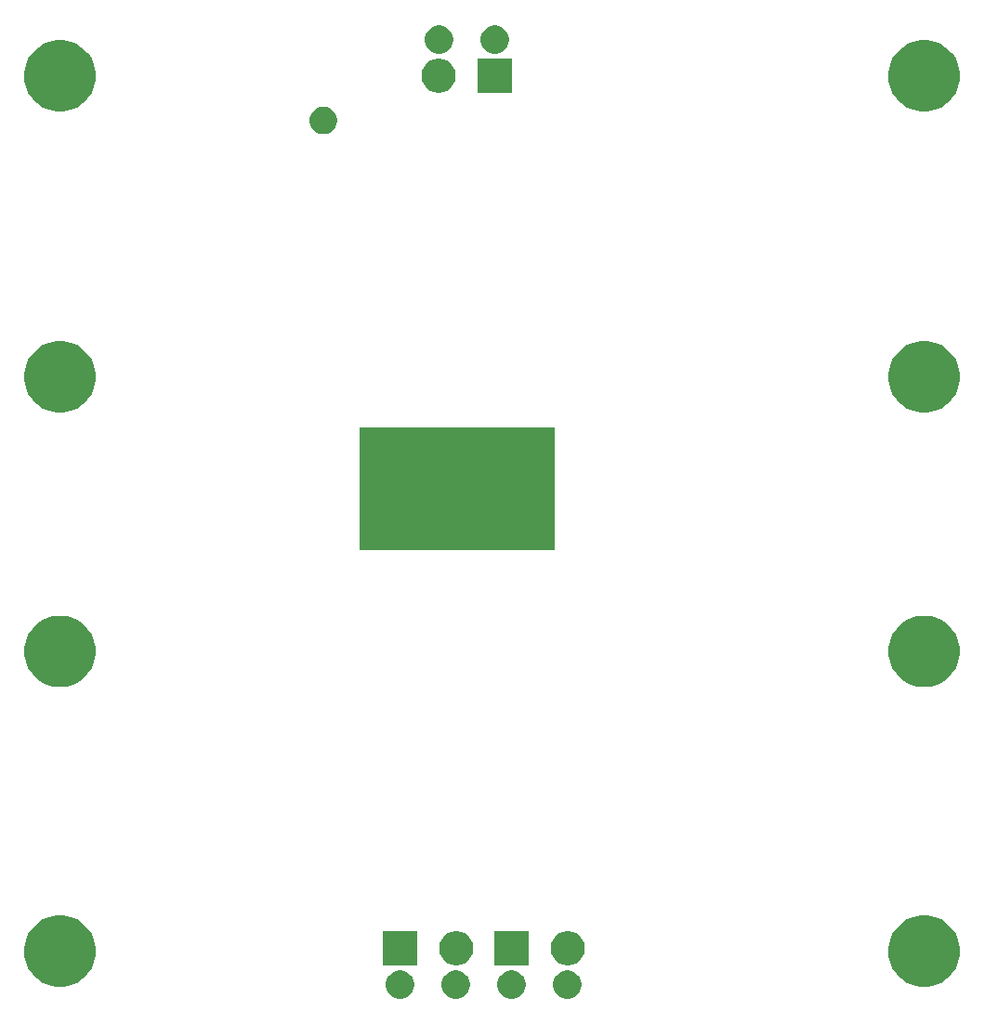
<source format=gbr>
G04 #@! TF.GenerationSoftware,KiCad,Pcbnew,(5.1.5)-3*
G04 #@! TF.CreationDate,2020-11-04T13:08:40-03:00*
G04 #@! TF.ProjectId,li-ion-backup,6c692d69-6f6e-42d6-9261-636b75702e6b,rev?*
G04 #@! TF.SameCoordinates,Original*
G04 #@! TF.FileFunction,Soldermask,Bot*
G04 #@! TF.FilePolarity,Negative*
%FSLAX46Y46*%
G04 Gerber Fmt 4.6, Leading zero omitted, Abs format (unit mm)*
G04 Created by KiCad (PCBNEW (5.1.5)-3) date 2020-11-04 13:08:40*
%MOMM*%
%LPD*%
G04 APERTURE LIST*
%ADD10C,0.150000*%
G04 APERTURE END LIST*
D10*
G36*
X188847487Y-145560996D02*
G01*
X189084253Y-145659068D01*
X189084255Y-145659069D01*
X189297339Y-145801447D01*
X189478553Y-145982661D01*
X189511820Y-146032448D01*
X189620932Y-146195747D01*
X189719004Y-146432513D01*
X189769000Y-146683861D01*
X189769000Y-146940139D01*
X189719004Y-147191487D01*
X189620932Y-147428253D01*
X189620931Y-147428255D01*
X189478553Y-147641339D01*
X189297339Y-147822553D01*
X189084255Y-147964931D01*
X189084254Y-147964932D01*
X189084253Y-147964932D01*
X188847487Y-148063004D01*
X188596139Y-148113000D01*
X188339861Y-148113000D01*
X188088513Y-148063004D01*
X187851747Y-147964932D01*
X187851746Y-147964932D01*
X187851745Y-147964931D01*
X187638661Y-147822553D01*
X187457447Y-147641339D01*
X187315069Y-147428255D01*
X187315068Y-147428253D01*
X187216996Y-147191487D01*
X187167000Y-146940139D01*
X187167000Y-146683861D01*
X187216996Y-146432513D01*
X187315068Y-146195747D01*
X187424181Y-146032448D01*
X187457447Y-145982661D01*
X187638661Y-145801447D01*
X187851745Y-145659069D01*
X187851747Y-145659068D01*
X188088513Y-145560996D01*
X188339861Y-145511000D01*
X188596139Y-145511000D01*
X188847487Y-145560996D01*
G37*
G36*
X193927487Y-145560996D02*
G01*
X194164253Y-145659068D01*
X194164255Y-145659069D01*
X194377339Y-145801447D01*
X194558553Y-145982661D01*
X194591820Y-146032448D01*
X194700932Y-146195747D01*
X194799004Y-146432513D01*
X194849000Y-146683861D01*
X194849000Y-146940139D01*
X194799004Y-147191487D01*
X194700932Y-147428253D01*
X194700931Y-147428255D01*
X194558553Y-147641339D01*
X194377339Y-147822553D01*
X194164255Y-147964931D01*
X194164254Y-147964932D01*
X194164253Y-147964932D01*
X193927487Y-148063004D01*
X193676139Y-148113000D01*
X193419861Y-148113000D01*
X193168513Y-148063004D01*
X192931747Y-147964932D01*
X192931746Y-147964932D01*
X192931745Y-147964931D01*
X192718661Y-147822553D01*
X192537447Y-147641339D01*
X192395069Y-147428255D01*
X192395068Y-147428253D01*
X192296996Y-147191487D01*
X192247000Y-146940139D01*
X192247000Y-146683861D01*
X192296996Y-146432513D01*
X192395068Y-146195747D01*
X192504181Y-146032448D01*
X192537447Y-145982661D01*
X192718661Y-145801447D01*
X192931745Y-145659069D01*
X192931747Y-145659068D01*
X193168513Y-145560996D01*
X193419861Y-145511000D01*
X193676139Y-145511000D01*
X193927487Y-145560996D01*
G37*
G36*
X204087487Y-145560996D02*
G01*
X204324253Y-145659068D01*
X204324255Y-145659069D01*
X204537339Y-145801447D01*
X204718553Y-145982661D01*
X204751820Y-146032448D01*
X204860932Y-146195747D01*
X204959004Y-146432513D01*
X205009000Y-146683861D01*
X205009000Y-146940139D01*
X204959004Y-147191487D01*
X204860932Y-147428253D01*
X204860931Y-147428255D01*
X204718553Y-147641339D01*
X204537339Y-147822553D01*
X204324255Y-147964931D01*
X204324254Y-147964932D01*
X204324253Y-147964932D01*
X204087487Y-148063004D01*
X203836139Y-148113000D01*
X203579861Y-148113000D01*
X203328513Y-148063004D01*
X203091747Y-147964932D01*
X203091746Y-147964932D01*
X203091745Y-147964931D01*
X202878661Y-147822553D01*
X202697447Y-147641339D01*
X202555069Y-147428255D01*
X202555068Y-147428253D01*
X202456996Y-147191487D01*
X202407000Y-146940139D01*
X202407000Y-146683861D01*
X202456996Y-146432513D01*
X202555068Y-146195747D01*
X202664181Y-146032448D01*
X202697447Y-145982661D01*
X202878661Y-145801447D01*
X203091745Y-145659069D01*
X203091747Y-145659068D01*
X203328513Y-145560996D01*
X203579861Y-145511000D01*
X203836139Y-145511000D01*
X204087487Y-145560996D01*
G37*
G36*
X199007487Y-145560996D02*
G01*
X199244253Y-145659068D01*
X199244255Y-145659069D01*
X199457339Y-145801447D01*
X199638553Y-145982661D01*
X199671820Y-146032448D01*
X199780932Y-146195747D01*
X199879004Y-146432513D01*
X199929000Y-146683861D01*
X199929000Y-146940139D01*
X199879004Y-147191487D01*
X199780932Y-147428253D01*
X199780931Y-147428255D01*
X199638553Y-147641339D01*
X199457339Y-147822553D01*
X199244255Y-147964931D01*
X199244254Y-147964932D01*
X199244253Y-147964932D01*
X199007487Y-148063004D01*
X198756139Y-148113000D01*
X198499861Y-148113000D01*
X198248513Y-148063004D01*
X198011747Y-147964932D01*
X198011746Y-147964932D01*
X198011745Y-147964931D01*
X197798661Y-147822553D01*
X197617447Y-147641339D01*
X197475069Y-147428255D01*
X197475068Y-147428253D01*
X197376996Y-147191487D01*
X197327000Y-146940139D01*
X197327000Y-146683861D01*
X197376996Y-146432513D01*
X197475068Y-146195747D01*
X197584181Y-146032448D01*
X197617447Y-145982661D01*
X197798661Y-145801447D01*
X198011745Y-145659069D01*
X198011747Y-145659068D01*
X198248513Y-145560996D01*
X198499861Y-145511000D01*
X198756139Y-145511000D01*
X199007487Y-145560996D01*
G37*
G36*
X158114239Y-140575467D02*
G01*
X158428282Y-140637934D01*
X159019926Y-140883001D01*
X159552392Y-141238784D01*
X160005216Y-141691608D01*
X160360999Y-142224074D01*
X160606066Y-142815718D01*
X160668533Y-143129761D01*
X160731000Y-143443803D01*
X160731000Y-144084197D01*
X160699079Y-144244672D01*
X160606066Y-144712282D01*
X160360999Y-145303926D01*
X160005216Y-145836392D01*
X159552392Y-146289216D01*
X159019926Y-146644999D01*
X158428282Y-146890066D01*
X158176558Y-146940137D01*
X157800197Y-147015000D01*
X157159803Y-147015000D01*
X156783442Y-146940137D01*
X156531718Y-146890066D01*
X155940074Y-146644999D01*
X155407608Y-146289216D01*
X154954784Y-145836392D01*
X154599001Y-145303926D01*
X154353934Y-144712282D01*
X154260921Y-144244672D01*
X154229000Y-144084197D01*
X154229000Y-143443803D01*
X154291467Y-143129761D01*
X154353934Y-142815718D01*
X154599001Y-142224074D01*
X154954784Y-141691608D01*
X155407608Y-141238784D01*
X155940074Y-140883001D01*
X156531718Y-140637934D01*
X156845761Y-140575467D01*
X157159803Y-140513000D01*
X157800197Y-140513000D01*
X158114239Y-140575467D01*
G37*
G36*
X236854239Y-140575467D02*
G01*
X237168282Y-140637934D01*
X237759926Y-140883001D01*
X238292392Y-141238784D01*
X238745216Y-141691608D01*
X239100999Y-142224074D01*
X239346066Y-142815718D01*
X239408533Y-143129761D01*
X239471000Y-143443803D01*
X239471000Y-144084197D01*
X239439079Y-144244672D01*
X239346066Y-144712282D01*
X239100999Y-145303926D01*
X238745216Y-145836392D01*
X238292392Y-146289216D01*
X237759926Y-146644999D01*
X237168282Y-146890066D01*
X236916558Y-146940137D01*
X236540197Y-147015000D01*
X235899803Y-147015000D01*
X235523442Y-146940137D01*
X235271718Y-146890066D01*
X234680074Y-146644999D01*
X234147608Y-146289216D01*
X233694784Y-145836392D01*
X233339001Y-145303926D01*
X233093934Y-144712282D01*
X233000921Y-144244672D01*
X232969000Y-144084197D01*
X232969000Y-143443803D01*
X233031467Y-143129761D01*
X233093934Y-142815718D01*
X233339001Y-142224074D01*
X233694784Y-141691608D01*
X234147608Y-141238784D01*
X234680074Y-140883001D01*
X235271718Y-140637934D01*
X235585761Y-140575467D01*
X235899803Y-140513000D01*
X236540197Y-140513000D01*
X236854239Y-140575467D01*
G37*
G36*
X193897585Y-141988802D02*
G01*
X194047410Y-142018604D01*
X194329674Y-142135521D01*
X194583705Y-142305259D01*
X194799741Y-142521295D01*
X194969479Y-142775326D01*
X195086396Y-143057590D01*
X195146000Y-143357240D01*
X195146000Y-143662760D01*
X195086396Y-143962410D01*
X194969479Y-144244674D01*
X194799741Y-144498705D01*
X194583705Y-144714741D01*
X194329674Y-144884479D01*
X194047410Y-145001396D01*
X193916739Y-145027388D01*
X193747761Y-145061000D01*
X193442239Y-145061000D01*
X193273261Y-145027388D01*
X193142590Y-145001396D01*
X192860326Y-144884479D01*
X192606295Y-144714741D01*
X192390259Y-144498705D01*
X192220521Y-144244674D01*
X192103604Y-143962410D01*
X192044000Y-143662760D01*
X192044000Y-143357240D01*
X192103604Y-143057590D01*
X192220521Y-142775326D01*
X192390259Y-142521295D01*
X192606295Y-142305259D01*
X192860326Y-142135521D01*
X193142590Y-142018604D01*
X193292415Y-141988802D01*
X193442239Y-141959000D01*
X193747761Y-141959000D01*
X193897585Y-141988802D01*
G37*
G36*
X190019000Y-145061000D02*
G01*
X186917000Y-145061000D01*
X186917000Y-141959000D01*
X190019000Y-141959000D01*
X190019000Y-145061000D01*
G37*
G36*
X200179000Y-145061000D02*
G01*
X197077000Y-145061000D01*
X197077000Y-141959000D01*
X200179000Y-141959000D01*
X200179000Y-145061000D01*
G37*
G36*
X204057585Y-141988802D02*
G01*
X204207410Y-142018604D01*
X204489674Y-142135521D01*
X204743705Y-142305259D01*
X204959741Y-142521295D01*
X205129479Y-142775326D01*
X205246396Y-143057590D01*
X205306000Y-143357240D01*
X205306000Y-143662760D01*
X205246396Y-143962410D01*
X205129479Y-144244674D01*
X204959741Y-144498705D01*
X204743705Y-144714741D01*
X204489674Y-144884479D01*
X204207410Y-145001396D01*
X204076739Y-145027388D01*
X203907761Y-145061000D01*
X203602239Y-145061000D01*
X203433261Y-145027388D01*
X203302590Y-145001396D01*
X203020326Y-144884479D01*
X202766295Y-144714741D01*
X202550259Y-144498705D01*
X202380521Y-144244674D01*
X202263604Y-143962410D01*
X202204000Y-143662760D01*
X202204000Y-143357240D01*
X202263604Y-143057590D01*
X202380521Y-142775326D01*
X202550259Y-142521295D01*
X202766295Y-142305259D01*
X203020326Y-142135521D01*
X203302590Y-142018604D01*
X203452415Y-141988802D01*
X203602239Y-141959000D01*
X203907761Y-141959000D01*
X204057585Y-141988802D01*
G37*
G36*
X236854239Y-113270467D02*
G01*
X237168282Y-113332934D01*
X237759926Y-113578001D01*
X238292392Y-113933784D01*
X238745216Y-114386608D01*
X239100999Y-114919074D01*
X239346066Y-115510718D01*
X239346066Y-115510719D01*
X239471000Y-116138803D01*
X239471000Y-116779197D01*
X239408533Y-117093239D01*
X239346066Y-117407282D01*
X239100999Y-117998926D01*
X238745216Y-118531392D01*
X238292392Y-118984216D01*
X237759926Y-119339999D01*
X237168282Y-119585066D01*
X236854239Y-119647533D01*
X236540197Y-119710000D01*
X235899803Y-119710000D01*
X235585761Y-119647533D01*
X235271718Y-119585066D01*
X234680074Y-119339999D01*
X234147608Y-118984216D01*
X233694784Y-118531392D01*
X233339001Y-117998926D01*
X233093934Y-117407282D01*
X233031467Y-117093239D01*
X232969000Y-116779197D01*
X232969000Y-116138803D01*
X233093934Y-115510719D01*
X233093934Y-115510718D01*
X233339001Y-114919074D01*
X233694784Y-114386608D01*
X234147608Y-113933784D01*
X234680074Y-113578001D01*
X235271718Y-113332934D01*
X235585761Y-113270467D01*
X235899803Y-113208000D01*
X236540197Y-113208000D01*
X236854239Y-113270467D01*
G37*
G36*
X158114239Y-113270467D02*
G01*
X158428282Y-113332934D01*
X159019926Y-113578001D01*
X159552392Y-113933784D01*
X160005216Y-114386608D01*
X160360999Y-114919074D01*
X160606066Y-115510718D01*
X160606066Y-115510719D01*
X160731000Y-116138803D01*
X160731000Y-116779197D01*
X160668533Y-117093239D01*
X160606066Y-117407282D01*
X160360999Y-117998926D01*
X160005216Y-118531392D01*
X159552392Y-118984216D01*
X159019926Y-119339999D01*
X158428282Y-119585066D01*
X158114239Y-119647533D01*
X157800197Y-119710000D01*
X157159803Y-119710000D01*
X156845761Y-119647533D01*
X156531718Y-119585066D01*
X155940074Y-119339999D01*
X155407608Y-118984216D01*
X154954784Y-118531392D01*
X154599001Y-117998926D01*
X154353934Y-117407282D01*
X154291467Y-117093239D01*
X154229000Y-116779197D01*
X154229000Y-116138803D01*
X154353934Y-115510719D01*
X154353934Y-115510718D01*
X154599001Y-114919074D01*
X154954784Y-114386608D01*
X155407608Y-113933784D01*
X155940074Y-113578001D01*
X156531718Y-113332934D01*
X156845761Y-113270467D01*
X157159803Y-113208000D01*
X157800197Y-113208000D01*
X158114239Y-113270467D01*
G37*
G36*
X202565000Y-107188000D02*
G01*
X184785000Y-107188000D01*
X184785000Y-96012000D01*
X202565000Y-96012000D01*
X202565000Y-107188000D01*
G37*
G36*
X236854239Y-88251467D02*
G01*
X237168282Y-88313934D01*
X237759926Y-88559001D01*
X238292392Y-88914784D01*
X238745216Y-89367608D01*
X239100999Y-89900074D01*
X239346066Y-90491718D01*
X239346066Y-90491719D01*
X239471000Y-91119803D01*
X239471000Y-91760197D01*
X239408533Y-92074239D01*
X239346066Y-92388282D01*
X239100999Y-92979926D01*
X238745216Y-93512392D01*
X238292392Y-93965216D01*
X237759926Y-94320999D01*
X237168282Y-94566066D01*
X236854239Y-94628533D01*
X236540197Y-94691000D01*
X235899803Y-94691000D01*
X235585761Y-94628533D01*
X235271718Y-94566066D01*
X234680074Y-94320999D01*
X234147608Y-93965216D01*
X233694784Y-93512392D01*
X233339001Y-92979926D01*
X233093934Y-92388282D01*
X233031467Y-92074239D01*
X232969000Y-91760197D01*
X232969000Y-91119803D01*
X233093934Y-90491719D01*
X233093934Y-90491718D01*
X233339001Y-89900074D01*
X233694784Y-89367608D01*
X234147608Y-88914784D01*
X234680074Y-88559001D01*
X235271718Y-88313934D01*
X235585761Y-88251467D01*
X235899803Y-88189000D01*
X236540197Y-88189000D01*
X236854239Y-88251467D01*
G37*
G36*
X158114239Y-88251467D02*
G01*
X158428282Y-88313934D01*
X159019926Y-88559001D01*
X159552392Y-88914784D01*
X160005216Y-89367608D01*
X160360999Y-89900074D01*
X160606066Y-90491718D01*
X160606066Y-90491719D01*
X160731000Y-91119803D01*
X160731000Y-91760197D01*
X160668533Y-92074239D01*
X160606066Y-92388282D01*
X160360999Y-92979926D01*
X160005216Y-93512392D01*
X159552392Y-93965216D01*
X159019926Y-94320999D01*
X158428282Y-94566066D01*
X158114239Y-94628533D01*
X157800197Y-94691000D01*
X157159803Y-94691000D01*
X156845761Y-94628533D01*
X156531718Y-94566066D01*
X155940074Y-94320999D01*
X155407608Y-93965216D01*
X154954784Y-93512392D01*
X154599001Y-92979926D01*
X154353934Y-92388282D01*
X154291467Y-92074239D01*
X154229000Y-91760197D01*
X154229000Y-91119803D01*
X154353934Y-90491719D01*
X154353934Y-90491718D01*
X154599001Y-89900074D01*
X154954784Y-89367608D01*
X155407608Y-88914784D01*
X155940074Y-88559001D01*
X156531718Y-88313934D01*
X156845761Y-88251467D01*
X157159803Y-88189000D01*
X157800197Y-88189000D01*
X158114239Y-88251467D01*
G37*
G36*
X181847903Y-66869075D02*
G01*
X182075571Y-66963378D01*
X182280466Y-67100285D01*
X182454715Y-67274534D01*
X182591622Y-67479429D01*
X182685925Y-67707097D01*
X182734000Y-67948787D01*
X182734000Y-68195213D01*
X182685925Y-68436903D01*
X182591622Y-68664571D01*
X182454715Y-68869466D01*
X182280466Y-69043715D01*
X182075571Y-69180622D01*
X182075570Y-69180623D01*
X182075569Y-69180623D01*
X181847903Y-69274925D01*
X181606214Y-69323000D01*
X181359786Y-69323000D01*
X181118097Y-69274925D01*
X180890431Y-69180623D01*
X180890430Y-69180623D01*
X180890429Y-69180622D01*
X180685534Y-69043715D01*
X180511285Y-68869466D01*
X180374378Y-68664571D01*
X180280075Y-68436903D01*
X180232000Y-68195213D01*
X180232000Y-67948787D01*
X180280075Y-67707097D01*
X180374378Y-67479429D01*
X180511285Y-67274534D01*
X180685534Y-67100285D01*
X180890429Y-66963378D01*
X181118097Y-66869075D01*
X181359786Y-66821000D01*
X181606214Y-66821000D01*
X181847903Y-66869075D01*
G37*
G36*
X236854239Y-60819467D02*
G01*
X237168282Y-60881934D01*
X237759926Y-61127001D01*
X238160073Y-61394371D01*
X238292391Y-61482783D01*
X238745217Y-61935609D01*
X238760388Y-61958314D01*
X239100999Y-62468074D01*
X239346066Y-63059718D01*
X239346066Y-63059719D01*
X239471000Y-63687803D01*
X239471000Y-64328197D01*
X239444701Y-64460409D01*
X239346066Y-64956282D01*
X239100999Y-65547926D01*
X238745216Y-66080392D01*
X238292392Y-66533216D01*
X237759926Y-66888999D01*
X237168282Y-67134066D01*
X236854239Y-67196533D01*
X236540197Y-67259000D01*
X235899803Y-67259000D01*
X235585761Y-67196533D01*
X235271718Y-67134066D01*
X234680074Y-66888999D01*
X234147608Y-66533216D01*
X233694784Y-66080392D01*
X233339001Y-65547926D01*
X233093934Y-64956282D01*
X232995299Y-64460409D01*
X232969000Y-64328197D01*
X232969000Y-63687803D01*
X233093934Y-63059719D01*
X233093934Y-63059718D01*
X233339001Y-62468074D01*
X233679612Y-61958314D01*
X233694783Y-61935609D01*
X234147609Y-61482783D01*
X234279927Y-61394371D01*
X234680074Y-61127001D01*
X235271718Y-60881934D01*
X235585761Y-60819467D01*
X235899803Y-60757000D01*
X236540197Y-60757000D01*
X236854239Y-60819467D01*
G37*
G36*
X158114239Y-60819467D02*
G01*
X158428282Y-60881934D01*
X159019926Y-61127001D01*
X159420073Y-61394371D01*
X159552391Y-61482783D01*
X160005217Y-61935609D01*
X160020388Y-61958314D01*
X160360999Y-62468074D01*
X160606066Y-63059718D01*
X160606066Y-63059719D01*
X160731000Y-63687803D01*
X160731000Y-64328197D01*
X160704701Y-64460409D01*
X160606066Y-64956282D01*
X160360999Y-65547926D01*
X160005216Y-66080392D01*
X159552392Y-66533216D01*
X159019926Y-66888999D01*
X158428282Y-67134066D01*
X158114239Y-67196533D01*
X157800197Y-67259000D01*
X157159803Y-67259000D01*
X156845761Y-67196533D01*
X156531718Y-67134066D01*
X155940074Y-66888999D01*
X155407608Y-66533216D01*
X154954784Y-66080392D01*
X154599001Y-65547926D01*
X154353934Y-64956282D01*
X154255299Y-64460409D01*
X154229000Y-64328197D01*
X154229000Y-63687803D01*
X154353934Y-63059719D01*
X154353934Y-63059718D01*
X154599001Y-62468074D01*
X154939612Y-61958314D01*
X154954783Y-61935609D01*
X155407609Y-61482783D01*
X155539927Y-61394371D01*
X155940074Y-61127001D01*
X156531718Y-60881934D01*
X156845761Y-60819467D01*
X157159803Y-60757000D01*
X157800197Y-60757000D01*
X158114239Y-60819467D01*
G37*
G36*
X198655000Y-65559000D02*
G01*
X195553000Y-65559000D01*
X195553000Y-62457000D01*
X198655000Y-62457000D01*
X198655000Y-65559000D01*
G37*
G36*
X192279585Y-62486802D02*
G01*
X192429410Y-62516604D01*
X192711674Y-62633521D01*
X192965705Y-62803259D01*
X193181741Y-63019295D01*
X193351479Y-63273326D01*
X193468396Y-63555590D01*
X193468396Y-63555591D01*
X193528000Y-63855239D01*
X193528000Y-64160761D01*
X193501199Y-64295496D01*
X193468396Y-64460410D01*
X193351479Y-64742674D01*
X193181741Y-64996705D01*
X192965705Y-65212741D01*
X192711674Y-65382479D01*
X192429410Y-65499396D01*
X192279585Y-65529198D01*
X192129761Y-65559000D01*
X191824239Y-65559000D01*
X191674415Y-65529198D01*
X191524590Y-65499396D01*
X191242326Y-65382479D01*
X190988295Y-65212741D01*
X190772259Y-64996705D01*
X190602521Y-64742674D01*
X190485604Y-64460410D01*
X190452801Y-64295496D01*
X190426000Y-64160761D01*
X190426000Y-63855239D01*
X190485604Y-63555591D01*
X190485604Y-63555590D01*
X190602521Y-63273326D01*
X190772259Y-63019295D01*
X190988295Y-62803259D01*
X191242326Y-62633521D01*
X191524590Y-62516604D01*
X191674415Y-62486802D01*
X191824239Y-62457000D01*
X192129761Y-62457000D01*
X192279585Y-62486802D01*
G37*
G36*
X197483487Y-59454996D02*
G01*
X197720253Y-59553068D01*
X197720255Y-59553069D01*
X197933339Y-59695447D01*
X198114553Y-59876661D01*
X198256932Y-60089747D01*
X198355004Y-60326513D01*
X198405000Y-60577861D01*
X198405000Y-60834139D01*
X198355004Y-61085487D01*
X198257656Y-61320504D01*
X198256931Y-61322255D01*
X198114553Y-61535339D01*
X197933339Y-61716553D01*
X197720255Y-61858931D01*
X197720254Y-61858932D01*
X197720253Y-61858932D01*
X197483487Y-61957004D01*
X197232139Y-62007000D01*
X196975861Y-62007000D01*
X196724513Y-61957004D01*
X196487747Y-61858932D01*
X196487746Y-61858932D01*
X196487745Y-61858931D01*
X196274661Y-61716553D01*
X196093447Y-61535339D01*
X195951069Y-61322255D01*
X195950344Y-61320504D01*
X195852996Y-61085487D01*
X195803000Y-60834139D01*
X195803000Y-60577861D01*
X195852996Y-60326513D01*
X195951068Y-60089747D01*
X196093447Y-59876661D01*
X196274661Y-59695447D01*
X196487745Y-59553069D01*
X196487747Y-59553068D01*
X196724513Y-59454996D01*
X196975861Y-59405000D01*
X197232139Y-59405000D01*
X197483487Y-59454996D01*
G37*
G36*
X192403487Y-59454996D02*
G01*
X192640253Y-59553068D01*
X192640255Y-59553069D01*
X192853339Y-59695447D01*
X193034553Y-59876661D01*
X193176932Y-60089747D01*
X193275004Y-60326513D01*
X193325000Y-60577861D01*
X193325000Y-60834139D01*
X193275004Y-61085487D01*
X193177656Y-61320504D01*
X193176931Y-61322255D01*
X193034553Y-61535339D01*
X192853339Y-61716553D01*
X192640255Y-61858931D01*
X192640254Y-61858932D01*
X192640253Y-61858932D01*
X192403487Y-61957004D01*
X192152139Y-62007000D01*
X191895861Y-62007000D01*
X191644513Y-61957004D01*
X191407747Y-61858932D01*
X191407746Y-61858932D01*
X191407745Y-61858931D01*
X191194661Y-61716553D01*
X191013447Y-61535339D01*
X190871069Y-61322255D01*
X190870344Y-61320504D01*
X190772996Y-61085487D01*
X190723000Y-60834139D01*
X190723000Y-60577861D01*
X190772996Y-60326513D01*
X190871068Y-60089747D01*
X191013447Y-59876661D01*
X191194661Y-59695447D01*
X191407745Y-59553069D01*
X191407747Y-59553068D01*
X191644513Y-59454996D01*
X191895861Y-59405000D01*
X192152139Y-59405000D01*
X192403487Y-59454996D01*
G37*
M02*

</source>
